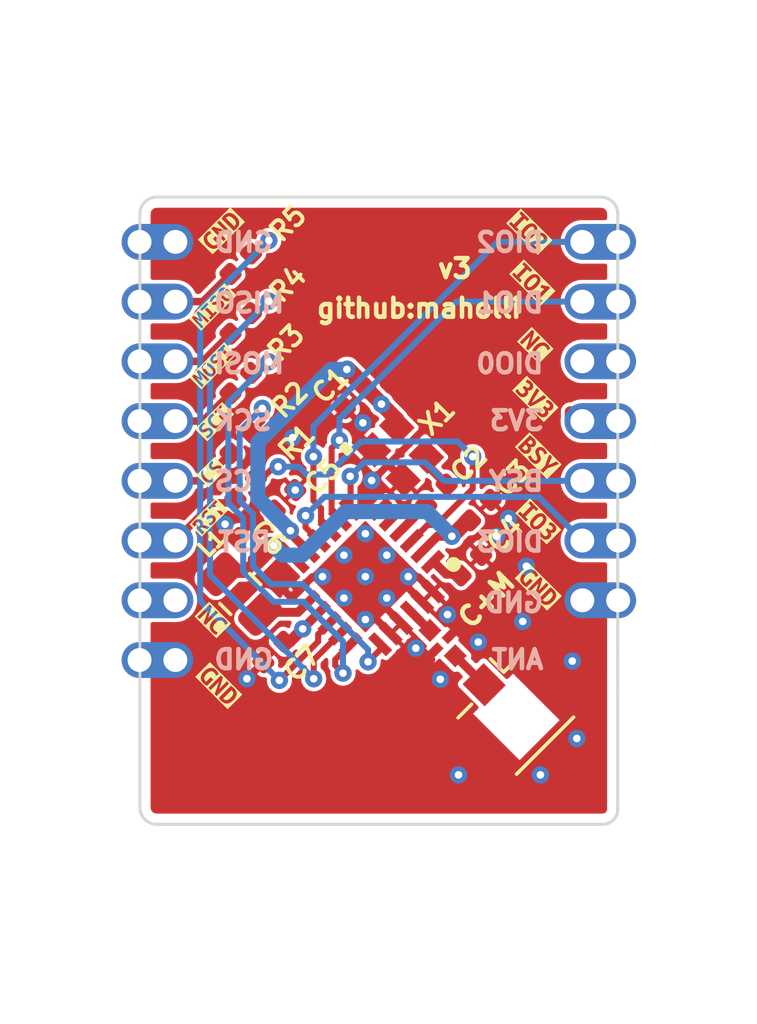
<source format=kicad_pcb>
(kicad_pcb (version 20211014) (generator pcbnew)
  (layers (0 "F.Cu" signal) (1 "In1.Cu" signal) (2 "In2.Cu" signal) (31 "B.Cu" signal) (34 "B.Paste" user) (35 "F.Paste" user) (36 "B.SilkS" user "B.Silkscreen") (37 "F.SilkS" user "F.Silkscreen") (38 "B.Mask" user) (39 "F.Mask" user) (44 "Edge.Cuts" user))
  (net 0 "")
  (net 1 "+3V3")
  (net 2 "/V_DCC")
  (net 3 "GND")
  (net 4 "/V_DCC2")
  (net 5 "SX_RST")
  (net 6 "SX_CS")
  (net 7 "SCK")
  (net 8 "MOSI")
  (net 9 "MISO")
  (net 10 "SX_DIO3")
  (net 11 "SX_DIO2")
  (net 12 "SX_DIO1")
  (net 13 "SX_BUSY")
  (net 14 "Net-(C2-Pad2)")
  (net 15 "Net-(C2-Pad1)")
  (net 16 "Net-(C4-Pad1)")
  (net 17 "Net-(R1-Pad2)")
  (net 18 "Net-(R2-Pad2)")
  (net 19 "Net-(R3-Pad2)")
  (net 20 "Net-(R4-Pad2)")
  (net 21 "Net-(R5-Pad2)")
  (net 22 "Net-(U1-Pad22)")
  (net 27 "Net-(U2-Pad3)")
  (footprint "custom-footprints:castellated_04mm" (layer "F.Cu") (at 115.0747 105.14076)
    (fp_text reference "J16" hide)
    (fp_text value "Conn_01x01")
    (pad "1" thru_hole circle (at 0 0) (size 1.2 1.2) (drill 0.8) (layers *.Cu *.Mask) (net 11 "SX_DIO2"))
    (pad "1" connect rect (at -0.6 0) (size 1.2 1.2) (layers "F.Cu" "F.Mask") (net 11 "SX_DIO2"))
    (pad "1" connect rect (at -0.6 0) (size 1.2 1.2) (layers "B.Cu" "B.Mask") (net 11 "SX_DIO2"))
    (pad "1" thru_hole circle (at -1.2 0) (size 1.2 1.2) (drill 0.8) (layers *.Cu *.Mask) (net 11 "SX_DIO2"))
  )
  (footprint "custom-footprints:castellated_04mm" (layer "F.Cu") (at 99.0473 107.14076 180)
    (fp_text reference "J2" hide)
    (fp_text value "Conn_01x01")
    (pad "1" thru_hole circle (at -1.2 0 180) (size 1.2 1.2) (drill 0.8) (layers *.Cu *.Mask) (net 9 "MISO"))
    (pad "1" thru_hole circle (at 0 0 180) (size 1.2 1.2) (drill 0.8) (layers *.Cu *.Mask) (net 9 "MISO"))
    (pad "1" connect rect (at -0.6 0 180) (size 1.2 1.2) (layers "B.Cu" "B.Mask") (net 9 "MISO"))
    (pad "1" connect rect (at -0.6 0 180) (size 1.2 1.2) (layers "F.Cu" "F.Mask") (net 9 "MISO"))
  )
  (footprint "custom-footprints:castellated_04mm" (layer "F.Cu") (at 99.0473 109.14076 180)
    (fp_text reference "J3" hide)
    (fp_text value "Conn_01x01")
    (pad "1" connect rect (at -0.6 0 180) (size 1.2 1.2) (layers "F.Cu" "F.Mask") (net 8 "MOSI"))
    (pad "1" thru_hole circle (at -1.2 0 180) (size 1.2 1.2) (drill 0.8) (layers *.Cu *.Mask) (net 8 "MOSI"))
    (pad "1" thru_hole circle (at 0 0 180) (size 1.2 1.2) (drill 0.8) (layers *.Cu *.Mask) (net 8 "MOSI"))
    (pad "1" connect rect (at -0.6 0 180) (size 1.2 1.2) (layers "B.Cu" "B.Mask") (net 8 "MOSI"))
  )
  (footprint "custom-footprints:castellated_04mm" (layer "F.Cu") (at 99.0473 111.14076 180)
    (fp_text reference "J4" hide)
    (fp_text value "Conn_01x01")
    (pad "1" connect rect (at -0.6 0 180) (size 1.2 1.2) (layers "B.Cu" "B.Mask") (net 7 "SCK"))
    (pad "1" thru_hole circle (at -1.2 0 180) (size 1.2 1.2) (drill 0.8) (layers *.Cu *.Mask) (net 7 "SCK"))
    (pad "1" connect rect (at -0.6 0 180) (size 1.2 1.2) (layers "F.Cu" "F.Mask") (net 7 "SCK"))
    (pad "1" thru_hole circle (at 0 0 180) (size 1.2 1.2) (drill 0.8) (layers *.Cu *.Mask) (net 7 "SCK"))
  )
  (footprint "custom-footprints:castellated_04mm" (layer "F.Cu") (at 99.0473 105.14076 180)
    (fp_text reference "J1" hide)
    (fp_text value "Conn_01x01")
    (pad "1" connect rect (at -0.6 0 180) (size 1.2 1.2) (layers "F.Cu" "F.Mask") (net 3 "GND"))
    (pad "1" connect rect (at -0.6 0 180) (size 1.2 1.2) (layers "B.Cu" "B.Mask") (net 3 "GND"))
    (pad "1" thru_hole circle (at -1.2 0 180) (size 1.2 1.2) (drill 0.8) (layers *.Cu *.Mask) (net 3 "GND"))
    (pad "1" thru_hole circle (at 0 0 180) (size 1.2 1.2) (drill 0.8) (layers *.Cu *.Mask) (net 3 "GND"))
  )
  (footprint "custom-footprints:castellated_04mm" (layer "F.Cu") (at 99.0473 113.14076 180)
    (fp_text reference "J5" hide)
    (fp_text value "Conn_01x01")
    (pad "1" connect rect (at -0.6 0 180) (size 1.2 1.2) (layers "B.Cu" "B.Mask") (net 6 "SX_CS"))
    (pad "1" thru_hole circle (at -1.2 0 180) (size 1.2 1.2) (drill 0.8) (layers *.Cu *.Mask) (net 6 "SX_CS"))
    (pad "1" connect rect (at -0.6 0 180) (size 1.2 1.2) (layers "F.Cu" "F.Mask") (net 6 "SX_CS"))
    (pad "1" thru_hole circle (at 0 0 180) (size 1.2 1.2) (drill 0.8) (layers *.Cu *.Mask) (net 6 "SX_CS"))
  )
  (footprint "custom-footprints:castellated_04mm" (layer "F.Cu") (at 99.0473 119.14076 180)
    (fp_text reference "J8" hide)
    (fp_text value "Conn_01x01")
    (pad "1" thru_hole circle (at 0 0 180) (size 1.2 1.2) (drill 0.8) (layers *.Cu *.Mask) (net 3 "GND"))
    (pad "1" connect rect (at -0.6 0 180) (size 1.2 1.2) (layers "B.Cu" "B.Mask") (net 3 "GND"))
    (pad "1" thru_hole circle (at -1.2 0 180) (size 1.2 1.2) (drill 0.8) (layers *.Cu *.Mask) (net 3 "GND"))
    (pad "1" connect rect (at -0.6 0 180) (size 1.2 1.2) (layers "F.Cu" "F.Mask") (net 3 "GND"))
  )
  (footprint "custom-footprints:castellated_04mm" (layer "F.Cu") (at 99.0473 115.14076 180)
    (fp_text reference "J6" hide)
    (fp_text value "Conn_01x01")
    (pad "1" connect rect (at -0.6 0 180) (size 1.2 1.2) (layers "B.Cu" "B.Mask") (net 5 "SX_RST"))
    (pad "1" thru_hole circle (at 0 0 180) (size 1.2 1.2) (drill 0.8) (layers *.Cu *.Mask) (net 5 "SX_RST"))
    (pad "1" connect rect (at -0.6 0 180) (size 1.2 1.2) (layers "F.Cu" "F.Mask") (net 5 "SX_RST"))
    (pad "1" thru_hole circle (at -1.2 0 180) (size 1.2 1.2) (drill 0.8) (layers *.Cu *.Mask) (net 5 "SX_RST"))
  )
  (footprint "custom-footprints:castellated_04mm" (layer "F.Cu") (at 115.0747 117.14076)
    (fp_text reference "J10" hide)
    (fp_text value "Conn_01x01")
    (pad "1" connect rect (at -0.6 0) (size 1.2 1.2) (layers "B.Cu" "B.Mask") (net 3 "GND"))
    (pad "1" thru_hole circle (at -1.2 0) (size 1.2 1.2) (drill 0.8) (layers *.Cu *.Mask) (net 3 "GND"))
    (pad "1" thru_hole circle (at 0 0) (size 1.2 1.2) (drill 0.8) (layers *.Cu *.Mask) (net 3 "GND"))
    (pad "1" connect rect (at -0.6 0) (size 1.2 1.2) (layers "F.Cu" "F.Mask") (net 3 "GND"))
  )
  (footprint "custom-footprints:castellated_04mm" (layer "F.Cu") (at 115.0747 111.14076)
    (fp_text reference "J13" hide)
    (fp_text value "Conn_01x01")
    (pad "1" connect rect (at -0.6 0) (size 1.2 1.2) (layers "F.Cu" "F.Mask") (net 1 "+3V3"))
    (pad "1" thru_hole circle (at 0 0) (size 1.2 1.2) (drill 0.8) (layers *.Cu *.Mask) (net 1 "+3V3"))
    (pad "1" connect rect (at -0.6 0) (size 1.2 1.2) (layers "B.Cu" "B.Mask") (net 1 "+3V3"))
    (pad "1" thru_hole circle (at -1.2 0) (size 1.2 1.2) (drill 0.8) (layers *.Cu *.Mask) (net 1 "+3V3"))
  )
  (footprint "custom-footprints:castellated_04mm" (layer "F.Cu") (at 99.0473 117.14076 180)
    (fp_text reference "J7" hide)
    (fp_text value "Conn_01x01")
    (pad "1" thru_hole circle (at -1.2 0 180) (size 1.2 1.2) (drill 0.8) (layers *.Cu *.Mask))
    (pad "1" connect rect (at -0.6 0 180) (size 1.2 1.2) (layers "F.Cu" "F.Mask"))
    (pad "1" thru_hole circle (at 0 0 180) (size 1.2 1.2) (drill 0.8) (layers *.Cu *.Mask))
    (pad "1" connect rect (at -0.6 0 180) (size 1.2 1.2) (layers "B.Cu" "B.Mask"))
  )
  (footprint "custom-footprints:castellated_04mm" (layer "F.Cu") (at 115.0747 115.14076)
    (fp_text reference "J11" hide)
    (fp_text value "Conn_01x01")
    (pad "1" connect rect (at -0.6 0) (size 1.2 1.2) (layers "F.Cu" "F.Mask") (net 10 "SX_DIO3"))
    (pad "1" thru_hole circle (at -1.2 0) (size 1.2 1.2) (drill 0.8) (layers *.Cu *.Mask) (net 10 "SX_DIO3"))
    (pad "1" connect rect (at -0.6 0) (size 1.2 1.2) (layers "B.Cu" "B.Mask") (net 10 "SX_DIO3"))
    (pad "1" thru_hole circle (at 0 0) (size 1.2 1.2) (drill 0.8) (layers *.Cu *.Mask) (net 10 "SX_DIO3"))
  )
  (footprint "custom-footprints:castellated_04mm" (layer "F.Cu") (at 115.0747 109.140752)
    (fp_text reference "J14" hide)
    (fp_text value "Conn_01x01")
    (pad "1" thru_hole circle (at 0 0) (size 1.2 1.2) (drill 0.8) (layers *.Cu *.Mask))
    (pad "1" connect rect (at -0.6 0) (size 1.2 1.2) (layers "B.Cu" "B.Mask"))
    (pad "1" connect rect (at -0.6 0) (size 1.2 1.2) (layers "F.Cu" "F.Mask"))
    (pad "1" thru_hole circle (at -1.2 0) (size 1.2 1.2) (drill 0.8) (layers *.Cu *.Mask))
  )
  (footprint "custom-footprints:castellated_04mm" (layer "F.Cu") (at 115.0747 113.14076)
    (fp_text reference "J12" hide)
    (fp_text value "Conn_01x01")
    (pad "1" thru_hole circle (at 0 0) (size 1.2 1.2) (drill 0.8) (layers *.Cu *.Mask) (net 13 "SX_BUSY"))
    (pad "1" connect rect (at -0.6 0) (size 1.2 1.2) (layers "B.Cu" "B.Mask") (net 13 "SX_BUSY"))
    (pad "1" thru_hole circle (at -1.2 0) (size 1.2 1.2) (drill 0.8) (layers *.Cu *.Mask) (net 13 "SX_BUSY"))
    (pad "1" connect rect (at -0.6 0) (size 1.2 1.2) (layers "F.Cu" "F.Mask") (net 13 "SX_BUSY"))
  )
  (footprint "custom-footprints:castellated_04mm" (layer "F.Cu") (at 115.0747 107.14076)
    (fp_text reference "J15" hide)
    (fp_text value "Conn_01x01")
    (pad "1" connect rect (at -0.6 0) (size 1.2 1.2) (layers "B.Cu" "B.Mask") (net 12 "SX_DIO1"))
    (pad "1" thru_hole circle (at 0 0) (size 1.2 1.2) (drill 0.8) (layers *.Cu *.Mask) (net 12 "SX_DIO1"))
    (pad "1" thru_hole circle (at -1.2 0) (size 1.2 1.2) (drill 0.8) (layers *.Cu *.Mask) (net 12 "SX_DIO1"))
    (pad "1" connect rect (at -0.6 0) (size 1.2 1.2) (layers "F.Cu" "F.Mask") (net 12 "SX_DIO1"))
  )
  (footprint "Capacitor_SMD:C_0402_1005Metric" (layer "F.Cu") (at 102.7 115.4 135)
    (fp_text reference "C6" (at -0.225858 0.735807 315 unlocked) (layer "F.SilkS") (effects (font (size 0.635 0.635) (thickness 0.127))))
    (fp_text value "470nF")
    (pad "1" smd roundrect locked (at -0.485 0 135) (size 0.59 0.64) (layers "F.Cu" "F.Paste" "F.Mask") (net 2 "/V_DCC"))
    (pad "2" smd roundrect locked (at 0.485 0 135) (size 0.59 0.64) (layers "F.Cu" "F.Paste" "F.Mask") (net 3 "GND"))
  )
  (footprint "Capacitor_SMD:C_0402_1005Metric" (layer "F.Cu") (at 108.988956 113.60978 45)
    (fp_text reference "C2" (at 1.493779 0.045229 45) (layer "F.SilkS") (effects (font (size 0.635 0.635) (thickness 0.127))))
    (fp_text value "1nF")
    (pad "1" smd roundrect locked (at -0.485 0 45) (size 0.59 0.64) (layers "F.Cu" "F.Paste" "F.Mask") (net 15 "Net-(C2-Pad1)"))
    (pad "2" smd roundrect locked (at 0.485 0 45) (size 0.59 0.64) (layers "F.Cu" "F.Paste" "F.Mask") (net 14 "Net-(C2-Pad2)"))
  )
  (footprint "Capacitor_SMD:C_0402_1005Metric" (layer "F.Cu") (at 106.267199 110.363 45)
    (fp_text reference "C1" (at -0.285812 -0.884024 -135) (layer "F.SilkS") (effects (font (size 0.635 0.635) (thickness 0.127))))
    (fp_text value "100nF")
    (pad "1" smd roundrect locked (at -0.485 0 45) (size 0.59 0.64) (layers "F.Cu" "F.Paste" "F.Mask") (net 3 "GND"))
    (pad "2" smd roundrect locked (at 0.485 0 45) (size 0.59 0.64) (layers "F.Cu" "F.Paste" "F.Mask") (net 1 "+3V3"))
  )
  (footprint "Capacitor_SMD:C_0402_1005Metric" (layer "F.Cu") (at 110.458199 114.122106 -135)
    (fp_text reference "C3" (at -1.523042 -0.006855 45) (layer "F.SilkS") (effects (font (size 0.635 0.635) (thickness 0.127))))
    (fp_text value "10nF")
    (pad "1" smd roundrect locked (at -0.485 0 225) (size 0.59 0.64) (layers "F.Cu" "F.Paste" "F.Mask") (net 3 "GND"))
    (pad "2" smd roundrect locked (at 0.485 0 225) (size 0.59 0.64) (layers "F.Cu" "F.Paste" "F.Mask") (net 2 "/V_DCC"))
  )
  (footprint "Inductor_SMD:L_0805_2012Metric" (layer "F.Cu") (at 102.42 116.93 135)
    (fp_text reference "L1" (at 1.873834 0.516182 45 unlocked) (layer "F.SilkS") (effects (font (size 0.508 0.508) (thickness 0.127))))
    (fp_text value "15uH")
    (pad "1" smd roundrect locked (at -0.9375 0 135) (size 0.975 1.4) (layers "F.Cu" "F.Paste" "F.Mask") (net 4 "/V_DCC2"))
    (pad "2" smd roundrect locked (at 0.9375 0 135) (size 0.975 1.4) (layers "F.Cu" "F.Paste" "F.Mask") (net 2 "/V_DCC"))
  )
  (footprint "Capacitor_SMD:C_0402_1005Metric" (layer "F.Cu") (at 110.140699 115.963606 45)
    (fp_text reference "C4" (at 1.526644 0.089803 45) (layer "F.SilkS") (effects (font (size 0.635 0.635) (thickness 0.127))))
    (fp_text value "10nF")
    (pad "1" smd roundrect locked (at -0.485 0 45) (size 0.59 0.64) (layers "F.Cu" "F.Paste" "F.Mask") (net 16 "Net-(C4-Pad1)"))
    (pad "2" smd roundrect locked (at 0.485 0 45) (size 0.59 0.64) (layers "F.Cu" "F.Paste" "F.Mask") (net 3 "GND"))
  )
  (footprint "Capacitor_SMD:C_0402_1005Metric" (layer "F.Cu") (at 103.917699 113.792 45)
    (fp_text reference "C5" (at 1.466752 0.332553 45) (layer "F.SilkS") (effects (font (size 0.635 0.635) (thickness 0.127))))
    (fp_text value "0.1uF")
    (pad "1" smd roundrect locked (at -0.485 0 45) (size 0.59 0.64) (layers "F.Cu" "F.Paste" "F.Mask") (net 1 "+3V3"))
    (pad "2" smd roundrect locked (at 0.485 0 45) (size 0.59 0.64) (layers "F.Cu" "F.Paste" "F.Mask") (net 3 "GND"))
  )
  (footprint "Crystal:Crystal_SMD_2016-4Pin_2.0x1.6mm" (layer "F.Cu") (at 107.767641 112.20886 -45)
    (fp_text reference "X1" (at 0.030758 -1.726203 225) (layer "F.SilkS") (effects (font (size 0.635 0.635) (thickness 0.127))))
    (fp_text value "52.000 MHz")
    (pad "1" smd rect locked (at -0.7 0.55 315) (size 0.9 0.8) (layers "F.Cu" "F.Paste" "F.Mask") (net 3 "GND"))
    (pad "2" smd rect locked (at 0.7 0.55 315) (size 0.9 0.8) (layers "F.Cu" "F.Paste" "F.Mask") (net 3 "GND"))
    (pad "3" smd rect locked (at 0.7 -0.55 315) (size 0.9 0.8) (layers "F.Cu" "F.Paste" "F.Mask") (net 14 "Net-(C2-Pad2)"))
    (pad "4" smd rect locked (at -0.7 -0.55 315) (size 0.9 0.8) (layers "F.Cu" "F.Paste" "F.Mask") (net 1 "+3V3"))
  )
  (footprint "custom-footprints:QFN50P400X400X80-25N-D" (layer "F.Cu") (at 106.609185 116.348764 -135)
    (fp_text reference "U1" hide)
    (fp_text value "SX1280IMLTRT" hide)
    (pad "1" smd rect (at -1.95 -1.25 315) (size 0.3 0.85) (layers "F.Cu" "F.Paste" "F.Mask") (net 16 "Net-(C4-Pad1)"))
    (pad "2" smd rect (at -1.95 -0.75 315) (size 0.3 0.85) (layers "F.Cu" "F.Paste" "F.Mask") (net 2 "/V_DCC"))
    (pad "3" smd rect (at -1.95 -0.25 315) (size 0.3 0.85) (layers "F.Cu" "F.Paste" "F.Mask") (net 17 "Net-(R1-Pad2)"))
    (pad "4" smd rect (at -1.95 0.25 315) (size 0.3 0.85) (layers "F.Cu" "F.Paste" "F.Mask") (net 15 "Net-(C2-Pad1)"))
    (pad "5" smd rect (at -1.95 0.75 315) (size 0.3 0.85) (layers "F.Cu" "F.Paste" "F.Mask"))
    (pad "6" smd rect (at -1.95 1.25 315) (size 0.3 0.85) (layers "F.Cu" "F.Paste" "F.Mask"))
    (pad "7" smd rect (at -1.25 1.95 225) (size 0.3 0.85) (layers "F.Cu" "F.Paste" "F.Mask") (net 13 "SX_BUSY"))
    (pad "8" smd rect (at -0.75 1.95 225) (size 0.3 0.85) (layers "F.Cu" "F.Paste" "F.Mask") (net 12 "SX_DIO1"))
    (pad "9" smd rect (at -0.25 1.95 225) (size 0.3 0.85) (layers "F.Cu" "F.Paste" "F.Mask") (net 11 "SX_DIO2"))
    (pad "10" smd rect (at 0.25 1.95 225) (size 0.3 0.85) (layers "F.Cu" "F.Paste" "F.Mask") (net 10 "SX_DIO3"))
    (pad "11" smd rect (at 0.75 1.95 225) (size 0.3 0.85) (layers "F.Cu" "F.Paste" "F.Mask") (net 1 "+3V3"))
    (pad "12" smd rect (at 1.25 1.95 225) (size 0.3 0.85) (layers "F.Cu" "F.Paste" "F.Mask") (net 2 "/V_DCC"))
    (pad "13" smd rect (at 1.95 1.25 315) (size 0.3 0.85) (layers "F.Cu" "F.Paste" "F.Mask") (net 3 "GND"))
    (pad "14" smd rect (at 1.95 0.75 315) (size 0.3 0.85) (layers "F.Cu" "F.Paste" "F.Mask") (net 4 "/V_DCC2"))
    (pad "15" smd rect (at 1.95 0.25 315) (size 0.3 0.85) (layers "F.Cu" "F.Paste" "F.Mask") (net 1 "+3V3"))
    (pad "16" smd rect (at 1.95 -0.25 315) (size 0.3 0.85) (layers "F.Cu" "F.Paste" "F.Mask") (net 21 "Net-(R5-Pad2)"))
    (pad "17" smd rect (at 1.95 -0.75 315) (size 0.3 0.85) (layers "F.Cu" "F.Paste" "F.Mask") (net 20 "Net-(R4-Pad2)"))
    (pad "18" smd rect (at 1.95 -1.25 315) (size 0.3 0.85) (layers "F.Cu" "F.Paste" "F.Mask") (net 19 "Net-(R3-Pad2)"))
    (pad "19" smd rect (at 1.25 -1.95 225) (size 0.3 0.85) (layers "F.Cu" "F.Paste" "F.Mask") (net 18 "Net-(R2-Pad2)"))
    (pad "20" smd rect (at 0.75 -1.95 225) (size 0.3 0.85) (layers "F.Cu" "F.Paste" "F.Mask") (net 3 "GND"))
    (pad "21" smd rect (at 0.25 -1.95 225) (size 0.3 0.85) (layers "F.Cu" "F.Paste" "F.Mask") (net 3 "GND"))
    (pad "22" smd rect (at -0.25 -1.95 225) (size 0.3 0.85) (layers "F.Cu" "F.Paste" "F.Mask") (net 22 "Net-(U1-Pad22)"))
    (pad "23" smd rect (at -0.75 -1.95 225) (size 0.3 0.85) (layers "F.Cu" "F.Paste" "F.Mask") (net 3 "GND"))
    (pad "24" smd rect (at -1.25 -1.95 225) (size 0.3 0.85) (layers "F.Cu" "F.Paste" "F.Mask") (net 3 "GND"))
    (pad "25" smd rect (at 0 0 225) (size 2.65 2.65) (layers "F.Cu" "F.Paste" "F.Mask") (net 3 "GND"))
  )
  (footprint "custom-footprints:2450FM07D0034T" (layer "F.Cu") (at 109.194264 118.574264 -45)
    (fp_text reference "U2" hide)
    (fp_text value "2450FM07D0034T" hide)
    (pad "1" smd rect locked (at -0.6 0 45) (size 0.55 0.55) (layers "F.Cu" "F.Paste" "F.Mask") (net 22 "Net-(U1-Pad22)"))
    (pad "2" smd rect locked (at 0 0.35 315) (size 0.3 0.5) (layers "F.Cu" "F.Paste" "F.Mask") (net 3 "GND"))
    (pad "3" smd rect locked (at 0.6 0 45) (size 0.55 0.55) (layers "F.Cu" "F.Paste" "F.Mask") (net 27 "Net-(U2-Pad3)"))
    (pad "4" smd rect locked (at 0 -0.35 315) (size 0.3 0.5) (layers "F.Cu" "F.Paste" "F.Mask") (net 3 "GND"))
  )
  (footprint "Resistor_SMD:R_0402_1005Metric" (layer "F.Cu") (at 102.435764 109.87076 45)
    (fp_text reference "R3" (at 2.024444 0.116302 45) (layer "F.SilkS") (effects (font (size 0.635 0.635) (thickness 0.127))))
    (fp_text value "1k")
    (pad "1" smd roundrect locked (at -0.485 0 45) (size 0.59 0.64) (layers "F.Cu" "F.Paste" "F.Mask") (net 7 "SCK"))
    (pad "2" smd roundrect locked (at 0.485 0 45) (size 0.59 0.64) (layers "F.Cu" "F.Paste" "F.Mask") (net 19 "Net-(R3-Pad2)"))
  )
  (footprint "Resistor_SMD:R_0402_1005Metric" (layer "F.Cu") (at 102.435764 105.87076 45)
    (fp_text reference "R5" (at 2.069699 0.16085 45) (layer "F.SilkS") (effects (font (size 0.635 0.635) (thickness 0.127))))
    (fp_text value "1k")
    (pad "1" smd roundrect locked (at -0.485 0 45) (size 0.59 0.64) (layers "F.Cu" "F.Paste" "F.Mask") (net 9 "MISO"))
    (pad "2" smd roundrect locked (at 0.485 0 45) (size 0.59 0.64) (layers "F.Cu" "F.Paste" "F.Mask") (net 21 "Net-(R5-Pad2)"))
  )
  (footprint "Resistor_SMD:R_0402_1005Metric" (layer "F.Cu") (at 102.435764 107.87076 45)
    (fp_text reference "R4" (at 2.047071 0.183477 45) (layer "F.SilkS") (effects (font (size 0.635 0.635) (thickness 0.127))))
    (fp_text value "1k")
    (pad "1" smd roundrect locked (at -0.485 0 45) (size 0.59 0.64) (layers "F.Cu" "F.Paste" "F.Mask") (net 8 "MOSI"))
    (pad "2" smd roundrect locked (at 0.485 0 45) (size 0.59 0.64) (layers "F.Cu" "F.Paste" "F.Mask") (net 20 "Net-(R4-Pad2)"))
  )
  (footprint "Capacitor_SMD:C_0402_1005Metric" (layer "F.Cu") (at 103.536699 118.872 -135)
    (fp_text reference "C7" (at -0.404112 -0.942927 -135) (layer "F.SilkS") (effects (font (size 0.635 0.635) (thickness 0.127))))
    (fp_text value "0.1uF")
    (pad "1" smd roundrect locked (at -0.485 0 225) (size 0.59 0.64) (layers "F.Cu" "F.Paste" "F.Mask") (net 1 "+3V3"))
    (pad "2" smd roundrect locked (at 0.485 0 225) (size 0.59 0.64) (layers "F.Cu" "F.Paste" "F.Mask") (net 3 "GND"))
  )
  (footprint "Resistor_SMD:R_0402_1005Metric" (layer "F.Cu") (at 102.435764 111.87076 45)
    (fp_text reference "R2" (at 2.181422 0.13893 45) (layer "F.SilkS") (effects (font (size 0.635 0.635) (thickness 0.127))))
    (fp_text value "1k")
    (pad "1" smd roundrect locked (at -0.485 0 45) (size 0.59 0.64) (layers "F.Cu" "F.Paste" "F.Mask") (net 6 "SX_CS"))
    (pad "2" smd roundrect locked (at 0.485 0 45) (size 0.59 0.64) (layers "F.Cu" "F.Paste" "F.Mask") (net 18 "Net-(R2-Pad2)"))
  )
  (footprint "Resistor_SMD:R_0402_1005Metric" (layer "F.Cu") (at 102.6 113.4 45)
    (fp_text reference "R1" (at 2.304107 0.114905 225) (layer "F.SilkS") (effects (font (size 0.635 0.635) (thickness 0.127))))
    (fp_text value "1k")
    (pad "1" smd roundrect locked (at -0.485 0 45) (size 0.59 0.64) (layers "F.Cu" "F.Paste" "F.Mask") (net 5 "SX_RST"))
    (pad "2" smd roundrect locked (at 0.485 0 45) (size 0.59 0.64) (layers "F.Cu" "F.Paste" "F.Mask") (net 17 "Net-(R1-Pad2)"))
  )
  (footprint "kibuzzard-62D5B0F3" (layer "F.Cu") (at 112.4 112.3 -45)
    (fp_text reference "kibuzzard-62D5B0F3" hide)
    (fp_text value "G***" hide)
  )
  (footprint "kibuzzard-62D5B2E8" (layer "F.Cu") (at 101.5 107.32 45)
    (fp_text reference "kibuzzard-62D5B2E8" hide)
    (fp_text value "G***" hide)
  )
  (footprint "kibuzzard-62D5B10B" (layer "F.Cu") (at 112.2 106.5 -45)
    (fp_text reference "kibuzzard-62D5B10B" hide)
    (fp_text value "G***" hide)
  )
  (footprint "kibuzzard-62D5B2C4" (layer "F.Cu") (at 101.56 111.16 45)
    (fp_text reference "kibuzzard-62D5B2C4" hide)
    (fp_text value "G***" hide)
  )
  (footprint "kibuzzard-62D5B106" (layer "F.Cu") (at 101.5 117.8 -45)
    (fp_text reference "kibuzzard-62D5B106" hide)
    (fp_text value "G***" hide)
  )
  (footprint "kibuzzard-62D5B116" (layer "F.Cu") (at 112.4 116.7 -45)
    (fp_text reference "kibuzzard-62D5B116" hide)
    (fp_text value "G***" hide)
  )
  (footprint "kibuzzard-62D5B106" (layer "F.Cu") (at 112.3 108.6 -45)
    (fp_text reference "kibuzzard-62D5B106" hide)
    (fp_text value "G***" hide)
  )
  (footprint "Connector_Coaxial:U.FL_Hirose_U.FL-R-SMT-1_Vertical" (layer "F.Cu") (at 111.329807 120.709807 -45)
    (fp_text reference "J17" hide)
    (fp_text value "u.FL")
    (pad "1" smd rect (at -1.05 0 315) (size 1.05 1) (layers "F.Cu" "F.Paste" "F.Mask") (net 27 "Net-(U2-Pad3)"))
    (pad "2" smd rect (at 0.475 -1.475 315) (size 2.2 1.05) (layers "F.Cu" "F.Paste" "F.Mask") (net 3 "GND"))
    (pad "2" smd rect (at 0.475 1.475 315) (size 2.2 1.05) (layers "F.Cu" "F.Paste" "F.Mask") (net 3 "GND"))
  )
  (footprint "custom-footprints:holliday" (layer "F.Cu") (at 106.84 108.48)
    (fp_text reference "Ref**" hide)
    (fp_text value "Val**" hide)
  )
  (footprint "kikit:Tab" (layer "F.Cu") (at 107.09175 103.39 -90)
    (fp_text reference "REF**" hide)
    (fp_text value "Tab")
  )
  (footprint "kibuzzard-62D5B0FF" (layer "F.Cu") (at 112.3 110.4 -45)
    (fp_text reference "kibuzzard-62D5B0FF" hide)
    (fp_text value "G***" hide)
  )
  (footprint "kibuzzard-62D5B116" (layer "F.Cu") (at 101.7 120 -45)
    (fp_text reference "kibuzzard-62D5B116" hide)
    (fp_text value "G***" hide)
  )
  (footprint "kibuzzard-62D5B11D" (layer "F.Cu") (at 112.4 114.5 -45)
    (fp_text reference "kibuzzard-62D5B11D" hide)
    (fp_text value "G***" hide)
  )
  (footprint "kibuzzard-62D5B116" (layer "F.Cu") (at 101.79 104.77 45)
    (fp_text reference "kibuzzard-62D5B116" hide)
    (fp_text value "G***" hide)
  )
  (footprint "kibuzzard-62D5B111" (layer "F.Cu") (at 112.1 104.8 -45)
    (fp_text reference "kibuzzard-62D5B111" hide)
    (fp_text value "G***" hide)
  )
  (footprint "kikit:Tab" (layer "F.Cu") (at 107.09175 124.99 90)
    (fp_text reference "REF**" hide)
    (fp_text value "Tab")
  )
  (footprint "kibuzzard-62D5B29B" (layer "F.Cu") (at 101.37 114.36 45)
    (fp_text reference "kibuzzard-62D5B29B" hide)
    (fp_text value "G***" hide)
  )
  (footprint "kibuzzard-62D5B2D7" (layer "F.Cu") (at 101.5 109.29 45)
    (fp_text reference "kibuzzard-62D5B2D7" hide)
    (fp_text value "G***" hide)
  )
  (footprint "kibuzzard-62D5B296" (layer "F.Cu") (at 101.46 112.85 45)
    (fp_text reference "kibuzzard-62D5B296" hide)
    (fp_text value "G***" hide)
  )
  (gr_line (start 115.06 120.142) (end 115.062 104.2015) (layer "Edge.Cuts") (width 0.1))
  (gr_line (start 99.06 104.2015) (end 99.06 120.0785) (layer "Edge.Cuts") (width 0.1))
  (gr_line (start 99.6215 124.64) (end 114.562 124.64) (layer "Edge.Cuts") (width 0.1))
  (gr_arc (start 99.06 104.2015) (mid 99.22446 103.80446) (end 99.6215 103.64) (layer "Edge.Cuts") (width 0.1))
  (gr_arc (start 114.5005 103.64) (mid 114.89754 103.80446) (end 115.062 104.2015) (layer "Edge.Cuts") (width 0.1))
  (gr_line (start 99.06 120.0785) (end 99.06 124.0785) (layer "Edge.Cuts") (width 0.1))
  (gr_arc (start 99.6215 124.64) (mid 99.22446 124.47554) (end 99.06 124.0785) (layer "Edge.Cuts") (width 0.1))
  (gr_line (start 99.6215 103.64) (end 114.5005 103.64) (layer "Edge.Cuts") (width 0.1))
  (gr_line (start 115.06 120.142) (end 115.06 124.142) (layer "Edge.Cuts") (width 0.1))
  (gr_arc (start 115.06 124.142) (mid 114.914139 124.494139) (end 114.562 124.64) (layer "Edge.Cuts") (width 0.1))
  (gr_text "RST" (at 101.6 115.189) (layer "B.SilkS") (effects (font (size 0.635 0.635) (thickness 0.1524)) (justify right mirror)))
  (gr_text "CS" (at 101.473 113.157) (layer "B.SilkS") (effects (font (size 0.635 0.635) (thickness 0.1524)) (justify right mirror)))
  (gr_text "SCK" (at 101.473 111.125) (layer "B.SilkS") (effects (font (size 0.635 0.635) (thickness 0.1524)) (justify right mirror)))
  (gr_text "MOSI" (at 101.473 109.22) (layer "B.SilkS") (effects (font (size 0.635 0.635) (thickness 0.1524)) (justify right mirror)))
  (gr_text "MISO" (at 101.473 107.188) (layer "B.SilkS") (effects (font (size 0.635 0.635) (thickness 0.1524)) (justify right mirror)))
  (gr_text "GND" (at 101.473 105.156) (layer "B.SilkS") (effects (font (size 0.635 0.635) (thickness 0.1524)) (justify right mirror)))
  (gr_text "GND" (at 101.473 119.126) (layer "B.SilkS") (effects (font (size 0.635 0.635) (thickness 0.1524)) (justify right mirror)))
  (gr_text "DIO2" (at 112.649 105.156) (layer "B.SilkS") (effects (font (size 0.635 0.635) (thickness 0.1524)) (justify left mirror)))
  (gr_text "DIO1" (at 112.649 107.188) (layer "B.SilkS") (effects (font (size 0.635 0.635) (thickness 0.1524)) (justify left mirror)))
  (gr_text "GND" (at 112.649 117.221) (layer "B.SilkS") (effects (font (size 0.635 0.635) (thickness 0.1524)) (justify left mirror)))
  (gr_text "ANT" (at 112.649 119.126) (layer "B.SilkS") (effects (font (size 0.635 0.635) (thickness 0.1524)) (justify left mirror)))
  (gr_text "BSY" (at 112.649 113.157) (layer "B.SilkS") (effects (font (size 0.635 0.635) (thickness 0.1524)) (justify left mirror)))
  (gr_text "3V3" (at 112.649 111.125) (layer "B.SilkS") (effects (font (size 0.635 0.635) (thickness 0.1524)) (justify left mirror)))
  (gr_text "DIO0" (at 112.649 109.22) (layer "B.SilkS") (effects (font (size 0.635 0.635) (thickness 0.1524)) (justify left mirror)))
  (gr_text "DIO3" (at 112.649 115.189) (layer "B.SilkS") (effects (font (size 0.635 0.635) (thickness 0.1524)) (justify left mirror)))
  (gr_text "C+M" (at 111.500006 116.299996 45) (layer "F.SilkS") (effects (font (size 0.635 0.635) (thickness 0.1524)) (justify right)))
  (gr_text "github:maholli" (at 111.911371 107.359989) (layer "F.SilkS") (effects (font (size 0.635 0.635) (thickness 0.1524)) (justify right)))
  (gr_text "v3" (at 110.25 106.031175) (layer "F.SilkS") (effects (font (size 0.635 0.635) (thickness 0.1524)) (justify right)))
  (segment (start 106.610146 110.020053) (end 106.000093 109.41) (width 0.59) (layer "F.Cu") (net 1))
  (segment (start 104.09976 114.809834) (end 103.574752 114.284826) (width 0.508) (layer "F.Cu") (net 1))
  (segment (start 104.09976 114.89999) (end 104.09976 114.809834) (width 0.29337) (layer "F.Cu") (net 1))
  (segment (start 105.053553 117.55084) (end 104.540901 118.063492) (width 0.3) (layer "F.Cu") (net 1))
  (segment (start 103.574752 114.284826) (end 103.574752 114.134947) (width 0.508) (layer "F.Cu") (net 1))
  (segment (start 104.540901 118.063492) (end 104.540901 118.068692) (width 0.3) (layer "F.Cu") (net 1))
  (segment (start 107.661575 111.324977) (end 107.661575 111.084276) (width 0.508) (layer "F.Cu") (net 1))
  (segment (start 106.000093 109.41) (end 105.99 109.41) (width 0.59) (layer "F.Cu") (net 1))
  (segment (start 106.610146 110.020053) (end 107.148579 110.558486) (width 0.508) (layer "F.Cu") (net 1))
  (segment (start 107.148579 110.558486) (end 107.148579 110.57128) (width 0.508) (layer "F.Cu") (net 1))
  (segment (start 104.7 115.50023) (end 104.09976 114.89999) (width 0.29337) (layer "F.Cu") (net 1))
  (segment (start 104.511255 118.098338) (end 104.511859 118.097734) (width 0.3) (layer "F.Cu") (net 1))
  (segment (start 104.08054 118.529053) (end 104.511859 118.097734) (width 0.381) (layer "F.Cu") (net 1))
  (segment (start 107.661575 111.084276) (end 107.148579 110.57128) (width 0.508) (layer "F.Cu") (net 1))
  (segment (start 104.540901 118.068692) (end 104.511859 118.097734) (width 0.3) (layer "F.Cu") (net 1))
  (segment (start 113.4747 110.8331) (end 113.4747 111.14076) (width 0.381) (layer "F.Cu") (net 1))
  (segment (start 104.511255 118.153712) (end 104.511255 118.098338) (width 0.3) (layer "F.Cu") (net 1))
  (segment (start 103.879646 118.529053) (end 104.08054 118.529053) (width 0.381) (layer "F.Cu") (net 1))
  (via (at 104.09976 114.809834) (size 0.58) (drill 0.254) (layers "F.Cu" "B.Cu") (net 1))
  (via (at 105.99 109.41) (size 0.58) (drill 0.254) (layers "F.Cu" "B.Cu") (net 1))
  (via (at 107.148579 110.57128) (size 0.58) (drill 0.254) (layers "F.Cu" "B.Cu") (net 1))
  (via (at 104.511859 118.097734) (size 0.58) (drill 0.254) (layers "F.Cu" "B.Cu") (net 1))
  (segment (start 103.01 111.86) (end 105.46 109.41) (width 0.508) (layer "B.Cu") (net 1))
  (segment (start 104.09976 114.809834) (end 104.089834 114.809834) (width 0.29337) (layer "B.Cu") (net 1))
  (segment (start 105.46 109.41) (end 105.99 109.41) (width 0.508) (layer "B.Cu") (net 1))
  (segment (start 104.09976 114.809834) (end 103.01 113.720074) (width 0.508) (layer "B.Cu") (net 1))
  (segment (start 103.01 113.720074) (end 103.01 111.86) (width 0.508) (layer "B.Cu") (net 1))
  (segment (start 108.518376 115.50023) (end 109.020106 114.9985) (width 0.29972) (layer "F.Cu") (net 2))
  (segment (start 103.812663 115.32) (end 103.54 115.32) (width 0.29337) (layer "F.Cu") (net 2))
  (segment (start 103.446482 115.32) (end 103.54 115.32) (width 0.6096) (layer "F.Cu") (net 2))
  (segment (start 104.346446 115.853783) (end 103.812663 115.32) (width 0.29337) (layer "F.Cu") (net 2))
  (segment (start 109.020106 114.9985) (end 109.505699 114.9985) (width 0.29972) (layer "F.Cu") (net 2))
  (segment (start 101.686042 116.465332) (end 101.951374 116.2) (width 0.381) (layer "F.Cu") (net 2))
  (segment (start 102.566482 116.2) (end 103.042947 115.723535) (width 0.381) (layer "F.Cu") (net 2))
  (segment (start 101.951384 116.199996) (end 102.56647 116.199996) (width 0.381) (layer "F.Cu") (net 2))
  (segment (start 110.039146 114.465053) (end 109.505699 114.9985) (width 0.508) (layer "F.Cu") (net 2))
  (segment (start 103.042947 115.723535) (end 103.446482 115.32) (width 0.6096) (layer "F.Cu") (net 2))
  (via (at 103.54 115.32) (size 0.58) (drill 0.254) (layers "F.Cu" "B.Cu") (net 2))
  (via (at 109.505699 114.9985) (size 0.58) (drill 0.254) (layers "F.Cu" "B.Cu") (net 2))
  (segment (start 103.85 115.63) (end 103.54 115.32) (width 0.508) (layer "B.Cu") (net 2))
  (segment (start 105.95 114.17) (end 104.49 115.63) (width 0.508) (layer "B.Cu") (net 2))
  (segment (start 104.49 115.63) (end 103.85 115.63) (width 0.508) (layer "B.Cu") (net 2))
  (segment (start 108.677199 114.17) (end 105.95 114.17) (width 0.508) (layer "B.Cu") (net 2))
  (segment (start 109.505699 114.9985) (end 108.677199 114.17) (width 0.508) (layer "B.Cu") (net 2))
  (segment (start 107.331144 117.424268) (end 107.331144 117.135485) (width 0.254) (layer "F.Cu") (net 3))
  (segment (start 108.391804 116.363608) (end 108.318548 116.363608) (width 0.254) (layer "F.Cu") (net 3))
  (segment (start 107.457716 118.257947) (end 106.977591 117.777821) (width 0.254) (layer "F.Cu") (net 3))
  (segment (start 107.81127 117.904393) (end 107.331144 117.424268) (width 0.254) (layer "F.Cu") (net 3))
  (segment (start 108.87193 116.843733) (end 108.391804 116.363608) (width 0.254) (layer "F.Cu") (net 3))
  (segment (start 108.318548 116.363608) (end 108.306456 116.375699) (width 0.254) (layer "F.Cu") (net 3))
  (segment (start 108.518376 117.197287) (end 108.038251 116.717161) (width 0.254) (layer "F.Cu") (net 3))
  (segment (start 104.832441 116.357739) (end 105.055604 116.357739) (width 0.254) (layer "F.Cu") (net 3))
  (segment (start 104.346446 116.843733) (end 104.832441 116.357739) (width 0.254) (layer "F.Cu") (net 3))
  (segment (start 106.977591 117.777821) (end 106.655291 117.777821) (width 0.254) (layer "F.Cu") (net 3))
  (segment (start 107.331144 117.135485) (end 107.336589 117.130041) (width 0.254) (layer "F.Cu") (net 3))
  (segment (start 108.00134 116.717161) (end 107.947246 116.663067) (width 0.254) (layer "F.Cu") (net 3))
  (segment (start 108.038251 116.717161) (end 108.00134 116.717161) (width 0.254) (layer "F.Cu") (net 3))
  (segment (start 106.655291 117.777821) (end 106.636129 117.758659) (width 0.254) (layer "F.Cu") (net 3))
  (segment (start 106.90294 113.092743) (end 106.865683 113.13) (width 0.2032) (layer "F.Cu") (net 3))
  (segment (start 104.13 117.05) (end 103.87 116.79) (width 0.254) (layer "F.Cu") (net 3))
  (segment (start 106.56556 111.784041) (end 106.351019 111.5695) (width 0.254) (layer "F.Cu") (net 3))
  (segment (start 106.865683 113.13) (end 106.82 113.13) (width 0.2032) (layer "F.Cu") (net 3))
  (segment (start 106.883758 112.102794) (end 107.873707 113.092743) (width 0.254) (layer "F.Cu") (net 3))
  (segment (start 108.425044 118.745044) (end 108.299199 118.745044) (width 0.29337) (layer "F.Cu") (net 3))
  (segment (start 106.883758 112.102794) (end 106.56556 111.784596) (width 0.254) (layer "F.Cu") (net 3))
  (segment (start 104.260646 113.449053) (end 104.209752 113.449053) (width 0.2032) (layer "F.Cu") (net 3))
  (segment (start 109.36 117.82) (end 109.36 117.62) (width 0.29337) (layer "F.Cu") (net 3))
  (segment (start 110.062099 118.522099) (end 109.36 117.82) (width 0.29337) (layer "F.Cu") (net 3))
  (segment (start 108.8 119.13) (end 108.332945 118.662945) (width 0.29337) (layer "F.Cu") (net 3))
  (segment (start 106.56556 111.784596) (end 106.56556 111.784041) (width 0.254) (layer "F.Cu") (net 3))
  (segment (start 106.416967 111.198662) (end 106.526279 111.198662) (width 0.2032) (layer "F.Cu") (net 3))
  (segment (start 103.193752 119.214947) (end 102.642619 119.76608) (width 0.254) (layer "F.Cu") (net 3))
  (segment (start 105.924252 110.705947) (end 106.416967 111.198662) (width 0.2032) (layer "F.Cu") (net 3))
  (via (at 105.890768 115.630338) (size 0.58) (drill 0.254) (layers "F.Cu" "B.Cu") (net 3))
  (via (at 107.327608 115.630338) (size 0.58) (drill 0.254) (layers "F.Cu" "B.Cu") (net 3))
  (via (at 105.890768 117.067179) (size 0.58) (drill 0.254) (layers "F.Cu" "B.Cu") (net 3))
  (via (at 106.609188 116.348758) (size 0.58) (drill 0.254) (layers "F.Cu" "B.Cu") (net 3))
  (via (at 107.327608 117.067179) (size 0.58) (drill 0.254) (layers "F.Cu" "B.Cu") (net 3))
  (via (at 106.609188 114.911917) (size 0.58) (drill 0.254) (layers "F.Cu" "B.Cu") (net 3))
  (via (at 106.609188 117.785599) (size 0.58) (drill 0.254) (layers "F.Cu" "B.Cu") (net 3))
  (via (at 108.046029 116.348758) (size 0.58) (drill 0.254) (layers "F.Cu" "B.Cu") (net 3))
  (via (at 105.172347 116.348758) (size 0.58) (drill 0.254) (layers "F.Cu" "B.Cu") (net 3))
  (via (at 112 116) (size 0.58) (drill 0.254) (layers "F.Cu" "B.Cu") (net 3))
  (via (at 110.39 118.54) (size 0.58) (drill 0.254) (layers "F.Cu" "B.Cu") (net 3))
  (via (at 108.299199 118.745044) (size 0.58) (drill 0.254) (layers "F.Cu" "B.Cu") (net 3))
  (via (at 109.728 122.9868) (size 0.58) (drill 0.254) (layers "F.Cu" "B.Cu") (net 3))
  (via (at 102.642619 119.76608) (size 0.58) (drill 0.254) (layers "F.Cu" "B.Cu") (net 3))
  (via (at 106.526279 111.198662) (size 0.58) (drill 0.254) (layers "F.Cu" "B.Cu") (net 3))
  (via (at 111.88 117.85) (size 0.58) (drill 0.254) (layers "F.Cu" "B.Cu") (net 3))
  (via (at 109.1184 119.7864) (size 0.58) (drill 0.254) (layers "F.Cu" "B.Cu") (net 3))
  (via (at 101.910735 114.591847) (size 0.58) (drill 0.254) (layers "F.Cu" "B.Cu") (net 3))
  (via (at 111 115) (size 0.58) (drill 0.254) (layers "F.Cu" "B.Cu") (net 3))
  (via (at 109.36 117.62) (size 0.58) (drill 0.254) (layers "F.Cu" "B.Cu") (net 3))
  (via (at 104.172596 111.695635) (size 0.58) (drill 0.254) (layers "F.Cu" "B.Cu") (net 3))
  (via (at 104.26 113.45) (size 0.58) (drill 0.254) (layers "F.Cu" "B.Cu") (net 3))
  (via (at 113.6904 121.7676) (size 0.58) (drill 0.254) (layers "F.Cu" "B.Cu") (net 3))
  (via (at 112.4712 122.9868) (size 0.58) (drill 0.254) (layers "F.Cu" "B.Cu") (net 3))
  (via (at 111.4 114.4) (size 0.58) (drill 0.254) (layers "F.Cu" "B.Cu") (net 3))
  (via (at 113.538 119.1768) (size 0.58) (drill 0.254) (layers "F.Cu" "B.Cu") (net 3))
  (via (at 106.82 113.13) (size 0.58) (drill 0.254) (layers "F.Cu" "B.Cu") (net 3))
  (segment (start 104.354066 117.543221) (end 103.615422 117.543221) (width 0.3) (layer "F.Cu") (net 4))
  (segment (start 104.7 117.197287) (end 104.354066 117.543221) (width 0.3) (layer "F.Cu") (net 4))
  (segment (start 103.615422 117.543221) (end 103.0424 118.116243) (width 0.3) (layer "F.Cu") (net 4))
  (segment (start 101.507113 113.880947) (end 102.336553 113.880947) (width 0.254) (layer "F.Cu") (net 5))
  (segment (start 100.2473 115.14076) (end 101.507113 113.880947) (width 0.254) (layer "F.Cu") (net 5))
  (segment (start 101.165764 113.14076) (end 102.092817 112.213707) (width 0.254) (layer "F.Cu") (net 6))
  (segment (start 100.2473 113.14076) (end 101.165764 113.14076) (width 0.254) (layer "F.Cu") (net 6))
  (segment (start 100.2473 111.14076) (end 101.165764 111.14076) (width 0.254) (layer "F.Cu") (net 7))
  (segment (start 101.165764 111.14076) (end 102.092817 110.213707) (width 0.254) (layer "F.Cu") (net 7))
  (segment (start 101.165764 109.14076) (end 102.092817 108.213707) (width 0.254) (layer "F.Cu") (net 8))
  (segment (start 100.2473 109.14076) (end 101.165764 109.14076) (width 0.254) (layer "F.Cu") (net 8))
  (segment (start 100.6473 107.14076) (end 101.165764 107.14076) (width 0.254) (layer "F.Cu") (net 9))
  (segment (start 101.165764 107.14076) (end 102.092817 106.213707) (width 0.254) (layer "F.Cu") (net 9))
  (segment (start 104.606532 114.699655) (end 104.606532 114.306471) (width 0.2032) (layer "F.Cu") (net 10))
  (segment (start 105.053553 115.146676) (end 104.606532 114.699655) (width 0.2032) (layer "F.Cu") (net 10))
  (via (at 104.606532 114.306471) (size 0.58) (drill 0.254) (layers "F.Cu" "B.Cu") (net 10))
  (segment (start 105.234902 113.678101) (end 112.412041 113.678101) (width 0.2032) (layer "B.Cu") (net 10))
  (segment (start 104.606532 114.306471) (end 105.234902 113.678101) (width 0.2032) (layer "B.Cu") (net 10))
  (segment (start 112.412041 113.678101) (end 113.8747 115.14076) (width 0.2032) (layer "B.Cu") (net 10))
  (segment (start 105.125134 114.511151) (end 105.125134 114.057541) (width 0.2032) (layer "F.Cu") (net 11))
  (segment (start 104.870191 113.802598) (end 104.870191 112.3315) (width 0.2032) (layer "F.Cu") (net 11))
  (segment (start 105.407106 114.793123) (end 105.125134 114.511151) (width 0.2032) (layer "F.Cu") (net 11))
  (segment (start 105.125134 114.057541) (end 104.870191 113.802598) (width 0.2032) (layer "F.Cu") (net 11))
  (via (at 104.870191 112.3315) (size 0.58) (drill 0.254) (layers "F.Cu" "B.Cu") (net 11))
  (segment (start 104.870191 111.309809) (end 104.870191 112.3315) (width 0.2032) (layer "B.Cu") (net 11))
  (segment (start 111.03924 105.14076) (end 104.870191 111.309809) (width 0.2032) (layer "B.Cu") (net 11))
  (segment (start 113.8747 105.14076) (end 111.03924 105.14076) (width 0.2032) (layer "B.Cu") (net 11))
  (segment (start 105.479017 112.045829) (end 105.741145 111.783701) (width 0.2032) (layer "F.Cu") (net 12))
  (segment (start 105.76066 114.43957) (end 105.479017 114.157927) (width 0.2032) (layer "F.Cu") (net 12))
  (segment (start 105.479017 114.157927) (end 105.479017 112.045829) (width 0.2032) (layer "F.Cu") (net 12))
  (via (at 105.741145 111.783701) (size 0.58) (drill 0.254) (layers "F.Cu" "B.Cu") (net 12))
  (segment (start 113.8747 107.14076) (end 109.65924 107.14076) (width 0.2032) (layer "B.Cu") (net 12))
  (segment (start 105.741145 111.058855) (end 105.741145 111.783701) (width 0.2032) (layer "B.Cu") (net 12))
  (segment (start 109.65924 107.14076) (end 105.741145 111.058855) (width 0.2032) (layer "B.Cu") (net 12))
  (segment (start 106.114213 114.086016) (end 106.114213 113.004213) (width 0.2032) (layer "F.Cu") (net 13))
  (via (at 106.1 112.99) (size 0.58) (drill 0.254) (layers "F.Cu" "B.Cu") (net 13))
  (segment (start 109.235459 113.14076) (end 108.616699 112.522) (width 0.2032) (layer "B.Cu") (net 13))
  (segment (start 113.4747 113.14076) (end 113.45846 113.157) (width 0.2032) (layer "B.Cu") (net 13))
  (segment (start 108.616699 112.522) (end 106.568 112.522) (width 0.2032) (layer "B.Cu") (net 13))
  (segment (start 106.140203 112.903) (end 106.140203 112.949797) (width 0.2032) (layer "B.Cu") (net 13))
  (segment (start 106.568 112.522) (end 106.1 112.99) (width 0.2032) (layer "B.Cu") (net 13))
  (segment (start 113.8747 113.14076) (end 109.235459 113.14076) (width 0.2032) (layer "B.Cu") (net 13))
  (segment (start 106.140203 112.949797) (end 106.1 112.99) (width 0.2032) (layer "B.Cu") (net 13))
  (segment (start 109.331903 113.266834) (end 108.570702 112.505633) (width 0.3) (layer "F.Cu") (net 14))
  (segment (start 108.570702 112.505633) (end 108.570702 112.234104) (width 0.3) (layer "F.Cu") (net 14))
  (segment (start 107.81127 114.793124) (end 108.646009 113.958384) (width 0.3) (layer "F.Cu") (net 15))
  (segment (start 108.646009 113.958384) (end 108.646009 113.952727) (width 0.3) (layer "F.Cu") (net 15))
  (segment (start 108.900483 115.853784) (end 109.315199 116.2685) (width 0.3) (layer "F.Cu") (net 16))
  (segment (start 109.759699 116.2685) (end 109.797752 116.306553) (width 0.3) (layer "F.Cu") (net 16))
  (segment (start 108.87193 115.853784) (end 108.900483 115.853784) (width 0.3) (layer "F.Cu") (net 16))
  (segment (start 109.315199 116.2685) (end 109.759699 116.2685) (width 0.3) (layer "F.Cu") (net 16))
  (segment (start 110.204199 113.405801) (end 110.204199 112.33149) (width 0.2032) (layer "F.Cu") (net 17))
  (segment (start 108.693999 114.6175) (end 108.9925 114.6175) (width 0.2032) (layer "F.Cu") (net 17))
  (segment (start 103.022447 113.195053) (end 103.548604 112.668896) (width 0.2032) (layer "F.Cu") (net 17))
  (segment (start 108.9925 114.6175) (end 110.204199 113.405801) (width 0.2032) (layer "F.Cu") (net 17))
  (segment (start 103.548604 112.668896) (end 103.6905 112.668896) (width 0.2032) (layer "F.Cu") (net 17))
  (segment (start 108.164823 115.146676) (end 108.693999 114.6175) (width 0.2032) (layer "F.Cu") (net 17))
  (via (at 103.6905 112.668896) (size 0.58) (drill 0.254) (layers "F.Cu" "B.Cu") (net 17))
  (via (at 110.204199 112.33149) (size 0.58) (drill 0.254) (layers "F.Cu" "B.Cu") (net 17))
  (segment (start 105.356729 112.93) (end 104.64 112.93) (width 0.2032) (layer "B.Cu") (net 17))
  (segment (start 104.64 112.93) (end 104.378896 112.668896) (width 0.2032) (layer "B.Cu") (net 17))
  (segment (start 106.463229 111.8235) (end 105.356729 112.93) (width 0.2032) (layer "B.Cu") (net 17))
  (segment (start 110.204199 112.33149) (end 109.696209 111.8235) (width 0.2032) (layer "B.Cu") (net 17))
  (segment (start 104.378896 112.668896) (end 103.6905 112.668896) (width 0.2032) (layer "B.Cu") (net 17))
  (segment (start 109.696209 111.8235) (end 106.463229 111.8235) (width 0.2032) (layer "B.Cu") (net 17))
  (segment (start 107.104163 118.6115) (end 107.104163 118.795837) (width 0.2032) (layer "F.Cu") (net 18))
  (segment (start 102.778711 111.527813) (end 103.157381 111.149143) (width 0.2032) (layer "F.Cu") (net 18))
  (segment (start 107.104163 118.795837) (end 106.7 119.2) (width 0.2032) (layer "F.Cu") (net 18))
  (segment (start 103.157381 111.149143) (end 103.157381 110.714392) (width 0.2032) (layer "F.Cu") (net 18))
  (via (at 106.7 119.2) (size 0.58) (drill 0.254) (layers "F.Cu" "B.Cu") (net 18))
  (via (at 103.157381 110.714392) (size 0.58) (drill 0.254) (layers "F.Cu" "B.Cu") (net 18))
  (segment (start 102.847812 115.992312) (end 103.4555 116.6) (width 0.2032) (layer "B.Cu") (net 18))
  (segment (start 106.7 118.79) (end 106.7 119.2) (width 0.2032) (layer "B.Cu") (net 18))
  (segment (start 102.847812 114.248824) (end 102.847812 115.992312) (width 0.2032) (layer "B.Cu") (net 18))
  (segment (start 103.4555 116.6) (end 104.51 116.6) (width 0.2032) (layer "B.Cu") (net 18))
  (segment (start 102.4 113.801011) (end 102.847812 114.248824) (width 0.2032) (layer "B.Cu") (net 18))
  (segment (start 104.51 116.6) (end 106.7 118.79) (width 0.2032) (layer "B.Cu") (net 18))
  (segment (start 103.157381 110.714392) (end 102.4 111.471773) (width 0.2032) (layer "B.Cu") (net 18))
  (segment (start 102.4 111.471773) (end 102.4 113.801011) (width 0.2032) (layer "B.Cu") (net 18))
  (segment (start 105.6 119.32) (end 105.86 119.58) (width 0.2032) (layer "F.Cu") (net 19))
  (segment (start 105.6 119.125713) (end 105.6 119.32) (width 0.2032) (layer "F.Cu") (net 19))
  (segment (start 102.778711 109.527813) (end 103.006677 109.527813) (width 0.2032) (layer "F.Cu") (net 19))
  (segment (start 106.114213 118.6115) (end 105.6 119.125713) (width 0.2032) (layer "F.Cu") (net 19))
  (segment (start 103.006677 109.527813) (end 103.378 109.15649) (width 0.2032) (layer "F.Cu") (net 19))
  (via (at 105.86 119.58) (size 0.58) (drill 0.254) (layers "F.Cu" "B.Cu") (net 19))
  (via (at 103.378 109.15649) (size 0.58) (drill 0.254) (layers "F.Cu" "B.Cu") (net 19))
  (segment (start 102.02 113.887293) (end 102.518101 114.385394) (width 0.2032) (layer "B.Cu") (net 19))
  (segment (start 103.378 109.15649) (end 102.02 110.51449) (width 0.2032) (layer "B.Cu") (net 19))
  (segment (start 102.518101 114.385394) (end 102.518101 116.170601) (width 0.2032) (layer "B.Cu") (net 19))
  (segment (start 104.53 117.19) (end 105.86 118.52) (width 0.2032) (layer "B.Cu") (net 19))
  (segment (start 105.86 118.52) (end 105.86 119.58) (width 0.2032) (layer "B.Cu") (net 19))
  (segment (start 103.5375 117.19) (end 104.53 117.19) (width 0.2032) (layer "B.Cu") (net 19))
  (segment (start 102.518101 116.170601) (end 103.5375 117.19) (width 0.2032) (layer "B.Cu") (net 19))
  (segment (start 102.02 110.51449) (end 102.02 113.887293) (width 0.2032) (layer "B.Cu") (net 19))
  (segment (start 104.879647 119.138959) (end 104.879647 119.768786) (width 0.2032) (layer "F.Cu") (net 20))
  (segment (start 105.76066 118.257946) (end 104.879647 119.138959) (width 0.2032) (layer "F.Cu") (net 20))
  (segment (start 102.778711 107.527813) (end 102.974687 107.527813) (width 0.2032) (layer "F.Cu") (net 20))
  (segment (start 102.974687 107.527813) (end 103.378 107.1245) (width 0.2032) (layer "F.Cu") (net 20))
  (via (at 104.879647 119.768786) (size 0.58) (drill 0.254) (layers "F.Cu" "B.Cu") (net 20))
  (via (at 103.378 107.1245) (size 0.58) (drill 0.254) (layers "F.Cu" "B.Cu") (net 20))
  (segment (start 101.40803 114.361845) (end 101.40803 109.09447) (width 0.2032) (layer "B.Cu") (net 20))
  (segment (start 101.392634 114.806453) (end 101.392634 114.377241) (width 0.2032) (layer "B.Cu") (net 20))
  (segment (start 101.392634 114.377241) (end 101.40803 114.361845) (width 0.2032) (layer "B.Cu") (net 20))
  (segment (start 104.879647 119.768786) (end 101.40803 116.297169) (width 0.2032) (layer "B.Cu") (net 20))
  (segment (start 101.40803 116.297169) (end 101.40803 114.821849) (width 0.2032) (layer "B.Cu") (net 20))
  (segment (start 101.40803 114.821849) (end 101.392634 114.806453) (width 0.2032) (layer "B.Cu") (net 20))
  (segment (start 101.40803 109.09447) (end 103.378 107.1245) (width 0.2032) (layer "B.Cu") (net 20))
  (segment (start 105.028595 118.522344) (end 103.729862 119.821077) (width 0.2032) (layer "F.Cu") (net 21))
  (segment (start 105.028595 118.282904) (end 105.028595 118.522344) (width 0.2032) (layer "F.Cu") (net 21))
  (segment (start 102.942687 105.527813) (end 103.378 105.0925) (width 0.2032) (layer "F.Cu") (net 21))
  (segment (start 102.778711 105.527813) (end 102.942687 105.527813) (width 0.2032) (layer "F.Cu") (net 21))
  (segment (start 105.407106 117.904393) (end 105.028595 118.282904) (width 0.2032) (layer "F.Cu") (net 21))
  (via (at 103.378 105.0925) (size 0.58) (drill 0.254) (layers "F.Cu" "B.Cu") (net 21))
  (via (at 103.729862 119.821077) (size 0.58) (drill 0.254) (layers "F.Cu" "B.Cu") (net 21))
  (segment (start 101.062923 114.946873) (end 101.078319 114.962269) (width 0.2032) (layer "B.Cu") (net 21))
  (segment (start 101.078319 114.962269) (end 101.078319 117.169534) (width 0.2032) (layer "B.Cu") (net 21))
  (segment (start 101.078319 117.169534) (end 103.729862 119.821077) (width 0.2032) (layer "B.Cu") (net 21))
  (segment (start 101.078319 107.392181) (end 101.078319 114.225275) (width 0.2032) (layer "B.Cu") (net 21))
  (segment (start 101.062923 114.240671) (end 101.062923 114.946873) (width 0.2032) (layer "B.Cu") (net 21))
  (segment (start 101.078319 114.225275) (end 101.062923 114.240671) (width 0.2032) (layer "B.Cu") (net 21))
  (segment (start 103.378 105.0925) (end 101.078319 107.392181) (width 0.2032) (layer "B.Cu") (net 21))
  (segment (start 108.763983 118.15) (end 108.77 118.15) (width 0.29337) (layer "F.Cu") (net 22))
  (segment (start 108.164823 117.55084) (end 108.763983 118.15) (width 0.29337) (layer "F.Cu") (net 22))
  (segment (start 109.618528 118.998528) (end 110.587345 119.967345) (width 0.28956) (layer "F.Cu") (net 27))
  (zone (net 3) (net_name "GND") (layers "F.Cu" "In2.Cu") (connect_pads (clearance 0.127)) (min_thickness 0.127) (fill yes (thermal_gap 0.127) (thermal_bridge_width 0.1524))
    (polygon (pts (xy 99.06 103.632) (xy 115.062 103.632) (xy 115.062001 126.703599) (xy 99.060001 126.703599)))
  )
  (zone (net 0) (net_name "") (layer "F.Cu") (connect_pads (clearance 0)) (min_thickness 0.254)
    (keepout (tracks allowed) (vias allowed) (pads allowed) (copperpour not_allowed) (footprints allowed))
    (fill (thermal_gap 0.508) (thermal_bridge_width 0.508))
    (polygon (pts (xy 111.771749 122.495253) (xy 110.216113 120.939617) (xy 111.559617 119.596114) (xy 113.115253 121.151749)))
  )
)
</source>
